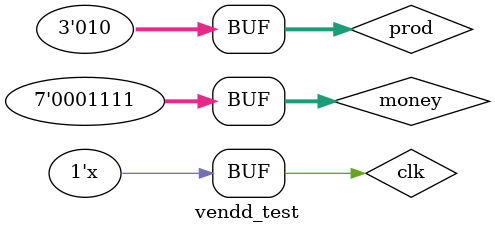
<source format=v>
module vendd_test;
reg [6:0]money;
reg [2:0]prod;
reg clk;
wire sold;
wire [6:0]rem;
// Instantiate the Unit Under Test (UUT)
vendd uut (
.money(money),
.prod(prod),
.clk(clk),
.sold(sold),
.rem(rem)
);
initial begin
clk=0;
money=10;
prod=1;
// Wait 100 ns for global reset to finish
#150;
money=0;
#5;
money=5;
#5;
money=0;
#5;
money=15;
prod=2;
#200;
// Add stimulus here
end
always #5 clk=~clk   ; 
endmodule


</source>
